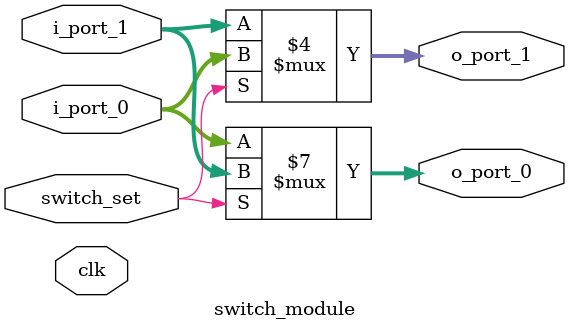
<source format=sv>
module switch_module(
    input logic [3:0]i_port_0,
    input logic [3:0]i_port_1,
    input logic clk,
    input logic switch_set,
    output logic [3:0]o_port_0,
    output logic [3:0]o_port_1
);

always_comb begin
    if(!switch_set)//bar
    begin
        o_port_0 = i_port_0;
        o_port_1 = i_port_1;        
    end
    else begin
        o_port_0 = i_port_1;
        o_port_1 = i_port_0;
    end
end

endmodule
</source>
